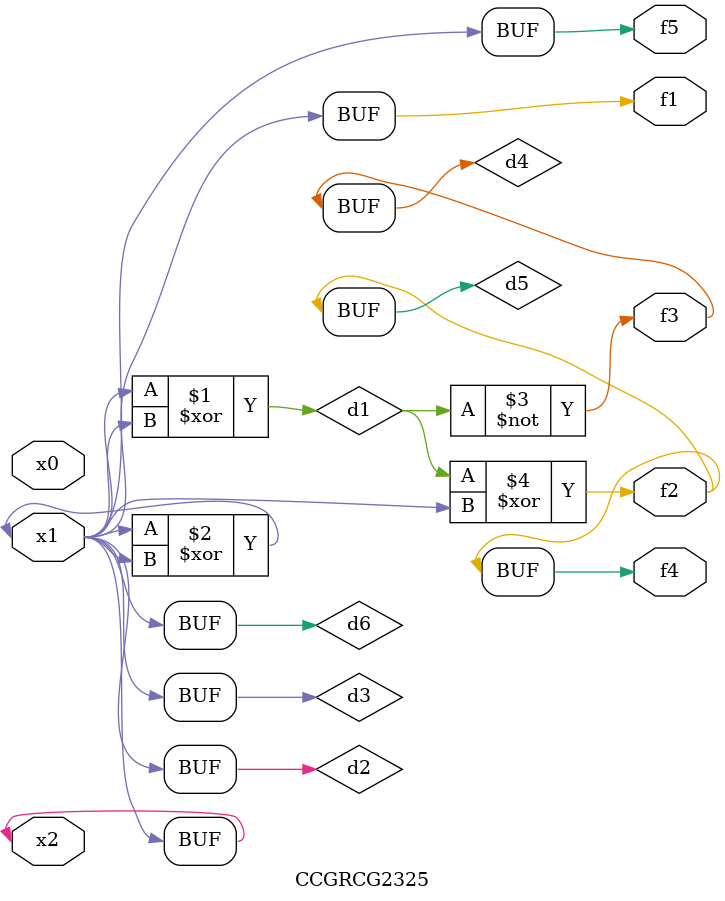
<source format=v>
module CCGRCG2325(
	input x0, x1, x2,
	output f1, f2, f3, f4, f5
);

	wire d1, d2, d3, d4, d5, d6;

	xor (d1, x1, x2);
	buf (d2, x1, x2);
	xor (d3, x1, x2);
	nor (d4, d1);
	xor (d5, d1, d2);
	buf (d6, d2, d3);
	assign f1 = d6;
	assign f2 = d5;
	assign f3 = d4;
	assign f4 = d5;
	assign f5 = d6;
endmodule

</source>
